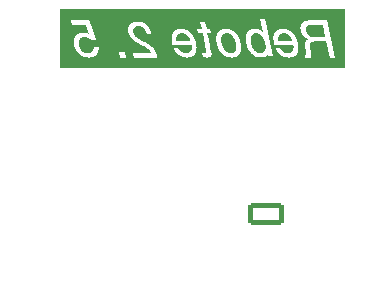
<source format=gbr>
%TF.GenerationSoftware,KiCad,Pcbnew,7.0.2-6a45011f42~172~ubuntu22.04.1*%
%TF.CreationDate,2023-05-21T10:08:46+01:00*%
%TF.ProjectId,Rebote2.5-offboard,5265626f-7465-4322-9e35-2d6f6666626f,rev?*%
%TF.SameCoordinates,Original*%
%TF.FileFunction,Legend,Bot*%
%TF.FilePolarity,Positive*%
%FSLAX46Y46*%
G04 Gerber Fmt 4.6, Leading zero omitted, Abs format (unit mm)*
G04 Created by KiCad (PCBNEW 7.0.2-6a45011f42~172~ubuntu22.04.1) date 2023-05-21 10:08:46*
%MOMM*%
%LPD*%
G01*
G04 APERTURE LIST*
G04 Aperture macros list*
%AMRoundRect*
0 Rectangle with rounded corners*
0 $1 Rounding radius*
0 $2 $3 $4 $5 $6 $7 $8 $9 X,Y pos of 4 corners*
0 Add a 4 corners polygon primitive as box body*
4,1,4,$2,$3,$4,$5,$6,$7,$8,$9,$2,$3,0*
0 Add four circle primitives for the rounded corners*
1,1,$1+$1,$2,$3*
1,1,$1+$1,$4,$5*
1,1,$1+$1,$6,$7*
1,1,$1+$1,$8,$9*
0 Add four rect primitives between the rounded corners*
20,1,$1+$1,$2,$3,$4,$5,0*
20,1,$1+$1,$4,$5,$6,$7,0*
20,1,$1+$1,$6,$7,$8,$9,0*
20,1,$1+$1,$8,$9,$2,$3,0*%
G04 Aperture macros list end*
%ADD10C,0.300000*%
%ADD11C,1.998980*%
%ADD12RoundRect,0.450000X-0.620000X-0.845000X0.620000X-0.845000X0.620000X0.845000X-0.620000X0.845000X0*%
%ADD13O,2.140000X2.590000*%
%ADD14RoundRect,0.200000X1.300000X0.750000X-1.300000X0.750000X-1.300000X-0.750000X1.300000X-0.750000X0*%
%ADD15O,3.000000X1.900000*%
%ADD16C,3.400000*%
%ADD17RoundRect,0.200000X0.850000X-0.850000X0.850000X0.850000X-0.850000X0.850000X-0.850000X-0.850000X0*%
%ADD18O,2.100000X2.100000*%
%ADD19RoundRect,0.200000X-0.800000X0.800000X-0.800000X-0.800000X0.800000X-0.800000X0.800000X0.800000X0*%
%ADD20C,2.000000*%
%ADD21RoundRect,0.200000X1.000000X0.950000X-1.000000X0.950000X-1.000000X-0.950000X1.000000X-0.950000X0*%
%ADD22C,2.300000*%
%ADD23C,2.398980*%
%ADD24RoundRect,0.200000X-0.650000X-0.650000X0.650000X-0.650000X0.650000X0.650000X-0.650000X0.650000X0*%
%ADD25C,1.700000*%
%ADD26O,2.000000X2.000000*%
%ADD27O,3.120000X3.640000*%
%ADD28RoundRect,0.200000X0.900000X0.900000X-0.900000X0.900000X-0.900000X-0.900000X0.900000X-0.900000X0*%
%ADD29C,2.200000*%
%ADD30RoundRect,0.200000X0.800000X-0.800000X0.800000X0.800000X-0.800000X0.800000X-0.800000X-0.800000X0*%
%ADD31RoundRect,0.200000X0.525000X0.750000X-0.525000X0.750000X-0.525000X-0.750000X0.525000X-0.750000X0*%
%ADD32O,1.450000X1.900000*%
%ADD33RoundRect,0.200000X0.800000X0.800000X-0.800000X0.800000X-0.800000X-0.800000X0.800000X-0.800000X0*%
%ADD34RoundRect,0.200000X-0.800000X-0.800000X0.800000X-0.800000X0.800000X0.800000X-0.800000X0.800000X0*%
G04 APERTURE END LIST*
D10*
G36*
X141440907Y-122477890D02*
G01*
X141482418Y-122481651D01*
X141523087Y-122487919D01*
X141562915Y-122496694D01*
X141601901Y-122507977D01*
X141640046Y-122521767D01*
X141677350Y-122538065D01*
X141713811Y-122556870D01*
X141749432Y-122578182D01*
X141784211Y-122602001D01*
X141818148Y-122628328D01*
X141851244Y-122657162D01*
X141883498Y-122688503D01*
X141914911Y-122722352D01*
X141945482Y-122758708D01*
X141975212Y-122797571D01*
X141996346Y-122826542D01*
X142016334Y-122856029D01*
X142035175Y-122886031D01*
X142052870Y-122916548D01*
X142069419Y-122947580D01*
X142084821Y-122979127D01*
X142099077Y-123011190D01*
X142112187Y-123043768D01*
X142124150Y-123076861D01*
X142134967Y-123110469D01*
X142141542Y-123133161D01*
X140944263Y-123147083D01*
X140953789Y-123125833D01*
X140945946Y-123083667D01*
X140940187Y-123042715D01*
X140936512Y-123002975D01*
X140934921Y-122964450D01*
X140935413Y-122927138D01*
X140937989Y-122891040D01*
X140942649Y-122856155D01*
X140949392Y-122822484D01*
X140958219Y-122790026D01*
X140969130Y-122758782D01*
X140982125Y-122728752D01*
X140997203Y-122699935D01*
X141014365Y-122672332D01*
X141033610Y-122645942D01*
X141054940Y-122620766D01*
X141078353Y-122596803D01*
X141102956Y-122575328D01*
X141128679Y-122555965D01*
X141155523Y-122538715D01*
X141183488Y-122523576D01*
X141212573Y-122510550D01*
X141242779Y-122499637D01*
X141274105Y-122490835D01*
X141306552Y-122484146D01*
X141340119Y-122479570D01*
X141374807Y-122477105D01*
X141398555Y-122476636D01*
X141440907Y-122477890D01*
G37*
G36*
X145236756Y-122478113D02*
G01*
X145281959Y-122482544D01*
X145326034Y-122489928D01*
X145368982Y-122500266D01*
X145410802Y-122513559D01*
X145451494Y-122529805D01*
X145491059Y-122549004D01*
X145529495Y-122571158D01*
X145566804Y-122596265D01*
X145602986Y-122624327D01*
X145638039Y-122655342D01*
X145671965Y-122689310D01*
X145704763Y-122726233D01*
X145736434Y-122766109D01*
X145766977Y-122808940D01*
X145796392Y-122854724D01*
X145811164Y-122880095D01*
X145825438Y-122906015D01*
X145839213Y-122932485D01*
X145852491Y-122959504D01*
X145865271Y-122987073D01*
X145877553Y-123015191D01*
X145889337Y-123043859D01*
X145900622Y-123073077D01*
X145911410Y-123102844D01*
X145921700Y-123133161D01*
X145931491Y-123164027D01*
X145940785Y-123195443D01*
X145949581Y-123227408D01*
X145957878Y-123259923D01*
X145965678Y-123292987D01*
X145972979Y-123326601D01*
X145979929Y-123361595D01*
X145986123Y-123395867D01*
X145991561Y-123429418D01*
X145996243Y-123462247D01*
X146000170Y-123494356D01*
X146003342Y-123525743D01*
X146005757Y-123556409D01*
X146007418Y-123586353D01*
X146008471Y-123644079D01*
X146006502Y-123698919D01*
X146001510Y-123750874D01*
X145993496Y-123799944D01*
X145982459Y-123846128D01*
X145968400Y-123889428D01*
X145951318Y-123929843D01*
X145931214Y-123967372D01*
X145908087Y-124002016D01*
X145881938Y-124033776D01*
X145852766Y-124062650D01*
X145820572Y-124088639D01*
X145793278Y-124106842D01*
X145764152Y-124122619D01*
X145733194Y-124135968D01*
X145700404Y-124146891D01*
X145665783Y-124155386D01*
X145629330Y-124161454D01*
X145591045Y-124165094D01*
X145561129Y-124166232D01*
X145550928Y-124166308D01*
X145506014Y-124164877D01*
X145462130Y-124160584D01*
X145419277Y-124153428D01*
X145377454Y-124143410D01*
X145336662Y-124130530D01*
X145296900Y-124114788D01*
X145258168Y-124096184D01*
X145220467Y-124074717D01*
X145183796Y-124050388D01*
X145148156Y-124023197D01*
X145113546Y-123993144D01*
X145079966Y-123960228D01*
X145047417Y-123924450D01*
X145015898Y-123885810D01*
X144985410Y-123844308D01*
X144955952Y-123799944D01*
X144940201Y-123775091D01*
X144925006Y-123749626D01*
X144910365Y-123723548D01*
X144896280Y-123696858D01*
X144882751Y-123669555D01*
X144869776Y-123641640D01*
X144857357Y-123613112D01*
X144845493Y-123583972D01*
X144834185Y-123554219D01*
X144823431Y-123523854D01*
X144813233Y-123492876D01*
X144803590Y-123461286D01*
X144794503Y-123429083D01*
X144785970Y-123396267D01*
X144777993Y-123362840D01*
X144770572Y-123328799D01*
X144763187Y-123291560D01*
X144756604Y-123255131D01*
X144750822Y-123219512D01*
X144745842Y-123184704D01*
X144741663Y-123150705D01*
X144738286Y-123117516D01*
X144735710Y-123085137D01*
X144733935Y-123053568D01*
X144732962Y-123022809D01*
X144732790Y-122992860D01*
X144734851Y-122935393D01*
X144740118Y-122881165D01*
X144748590Y-122830177D01*
X144760268Y-122782430D01*
X144775151Y-122737922D01*
X144793241Y-122696655D01*
X144814535Y-122658627D01*
X144839036Y-122623840D01*
X144866742Y-122592293D01*
X144897654Y-122563985D01*
X144931772Y-122538918D01*
X144959696Y-122524321D01*
X144988879Y-122511670D01*
X145019322Y-122500965D01*
X145051024Y-122492206D01*
X145083985Y-122485394D01*
X145118206Y-122480529D01*
X145153686Y-122477609D01*
X145190425Y-122476636D01*
X145236756Y-122478113D01*
G37*
G36*
X147739562Y-122477995D02*
G01*
X147779785Y-122482074D01*
X147819223Y-122488872D01*
X147857878Y-122498389D01*
X147895748Y-122510625D01*
X147932833Y-122525580D01*
X147969135Y-122543254D01*
X148004652Y-122563647D01*
X148039385Y-122586760D01*
X148073334Y-122612591D01*
X148106499Y-122641142D01*
X148138879Y-122672412D01*
X148170475Y-122706401D01*
X148201287Y-122743109D01*
X148231314Y-122782536D01*
X148260558Y-122824682D01*
X148278183Y-122851719D01*
X148295156Y-122879339D01*
X148311477Y-122907543D01*
X148327144Y-122936331D01*
X148342160Y-122965704D01*
X148356522Y-122995660D01*
X148370232Y-123026200D01*
X148383290Y-123057323D01*
X148395695Y-123089031D01*
X148407447Y-123121323D01*
X148418547Y-123154198D01*
X148428994Y-123187657D01*
X148438788Y-123221701D01*
X148447930Y-123256328D01*
X148456420Y-123291539D01*
X148464256Y-123327334D01*
X148470701Y-123359594D01*
X148476481Y-123391253D01*
X148481595Y-123422311D01*
X148486044Y-123452768D01*
X148489827Y-123482624D01*
X148492944Y-123511878D01*
X148497183Y-123568585D01*
X148498760Y-123622887D01*
X148497676Y-123674784D01*
X148493929Y-123724278D01*
X148487520Y-123771367D01*
X148478450Y-123816052D01*
X148466718Y-123858333D01*
X148452324Y-123898209D01*
X148435268Y-123935682D01*
X148415550Y-123970750D01*
X148393170Y-124003413D01*
X148368129Y-124033673D01*
X148340425Y-124061528D01*
X148311826Y-124086086D01*
X148281349Y-124107369D01*
X148248994Y-124125378D01*
X148214762Y-124140113D01*
X148178652Y-124151573D01*
X148140665Y-124159759D01*
X148110942Y-124163750D01*
X148080163Y-124165899D01*
X148059057Y-124166308D01*
X148016971Y-124165026D01*
X147975710Y-124161179D01*
X147935272Y-124154767D01*
X147895659Y-124145792D01*
X147856870Y-124134251D01*
X147818906Y-124120146D01*
X147781765Y-124103476D01*
X147745450Y-124084242D01*
X147709958Y-124062444D01*
X147675291Y-124038080D01*
X147641448Y-124011153D01*
X147608429Y-123981660D01*
X147576235Y-123949603D01*
X147544865Y-123914982D01*
X147514320Y-123877796D01*
X147484598Y-123838046D01*
X147465633Y-123811069D01*
X147447389Y-123783446D01*
X147429867Y-123755176D01*
X147413066Y-123726259D01*
X147396986Y-123696695D01*
X147381627Y-123666484D01*
X147366990Y-123635626D01*
X147353073Y-123604122D01*
X147339879Y-123571971D01*
X147327405Y-123539172D01*
X147315653Y-123505727D01*
X147304622Y-123471635D01*
X147294312Y-123436897D01*
X147284724Y-123401511D01*
X147275856Y-123365479D01*
X147267711Y-123328799D01*
X147261182Y-123295995D01*
X147255334Y-123263801D01*
X147250168Y-123232219D01*
X147245683Y-123201247D01*
X147241879Y-123170887D01*
X147238756Y-123141138D01*
X147234555Y-123083473D01*
X147233078Y-123028252D01*
X147234326Y-122975475D01*
X147238298Y-122925143D01*
X147244996Y-122877255D01*
X147254418Y-122831812D01*
X147266566Y-122788813D01*
X147281438Y-122748258D01*
X147299035Y-122710147D01*
X147319357Y-122674481D01*
X147342403Y-122641259D01*
X147368175Y-122610482D01*
X147396671Y-122582149D01*
X147419494Y-122563293D01*
X147443451Y-122546291D01*
X147477156Y-122526507D01*
X147503758Y-122513833D01*
X147531493Y-122503014D01*
X147560361Y-122494050D01*
X147590363Y-122486940D01*
X147621498Y-122481685D01*
X147653767Y-122478285D01*
X147687169Y-122476739D01*
X147698555Y-122476636D01*
X147739562Y-122477995D01*
G37*
G36*
X150057795Y-122477890D02*
G01*
X150099306Y-122481651D01*
X150139975Y-122487919D01*
X150179803Y-122496694D01*
X150218789Y-122507977D01*
X150256934Y-122521767D01*
X150294237Y-122538065D01*
X150330699Y-122556870D01*
X150366319Y-122578182D01*
X150401098Y-122602001D01*
X150435036Y-122628328D01*
X150468131Y-122657162D01*
X150500386Y-122688503D01*
X150531799Y-122722352D01*
X150562370Y-122758708D01*
X150592100Y-122797571D01*
X150613234Y-122826542D01*
X150633222Y-122856029D01*
X150652063Y-122886031D01*
X150669758Y-122916548D01*
X150686306Y-122947580D01*
X150701709Y-122979127D01*
X150715965Y-123011190D01*
X150729074Y-123043768D01*
X150741038Y-123076861D01*
X150751855Y-123110469D01*
X150758429Y-123133161D01*
X149561151Y-123147083D01*
X149570676Y-123125833D01*
X149562834Y-123083667D01*
X149557075Y-123042715D01*
X149553400Y-123002975D01*
X149551809Y-122964450D01*
X149552301Y-122927138D01*
X149554877Y-122891040D01*
X149559537Y-122856155D01*
X149566280Y-122822484D01*
X149575107Y-122790026D01*
X149586018Y-122758782D01*
X149599012Y-122728752D01*
X149614091Y-122699935D01*
X149631252Y-122672332D01*
X149650498Y-122645942D01*
X149671827Y-122620766D01*
X149695240Y-122596803D01*
X149719843Y-122575328D01*
X149745567Y-122555965D01*
X149772411Y-122538715D01*
X149800375Y-122523576D01*
X149829461Y-122510550D01*
X149859666Y-122499637D01*
X149890993Y-122490835D01*
X149923439Y-122484146D01*
X149957007Y-122479570D01*
X149991695Y-122477105D01*
X150015443Y-122476636D01*
X150057795Y-122477890D01*
G37*
G36*
X153562581Y-122806364D02*
G01*
X152634947Y-122806364D01*
X152604057Y-122806018D01*
X152573853Y-122804981D01*
X152544334Y-122803253D01*
X152487353Y-122797723D01*
X152433114Y-122789429D01*
X152381617Y-122778369D01*
X152332862Y-122764545D01*
X152286849Y-122747955D01*
X152243578Y-122728601D01*
X152203049Y-122706482D01*
X152165262Y-122681597D01*
X152130217Y-122653948D01*
X152097914Y-122623534D01*
X152068353Y-122590356D01*
X152041534Y-122554412D01*
X152017457Y-122515703D01*
X151996122Y-122474230D01*
X151986482Y-122452456D01*
X151975577Y-122424532D01*
X151965394Y-122395166D01*
X151955931Y-122364357D01*
X151947190Y-122332105D01*
X151939170Y-122298411D01*
X151936657Y-122286859D01*
X151930389Y-122253781D01*
X151925506Y-122221772D01*
X151922008Y-122190835D01*
X151919896Y-122160967D01*
X151919325Y-122118174D01*
X151921871Y-122077788D01*
X151927534Y-122039812D01*
X151936313Y-122004244D01*
X151948210Y-121971084D01*
X151963224Y-121940333D01*
X151981355Y-121911991D01*
X152002602Y-121886057D01*
X152024367Y-121865891D01*
X152049546Y-121847709D01*
X152078137Y-121831510D01*
X152110142Y-121817295D01*
X152145560Y-121805063D01*
X152184391Y-121794815D01*
X152226635Y-121786550D01*
X152256694Y-121782142D01*
X152288270Y-121778616D01*
X152321363Y-121775971D01*
X152355973Y-121774208D01*
X152392100Y-121773327D01*
X152410732Y-121773217D01*
X153347892Y-121773217D01*
X153562581Y-122806364D01*
G37*
G36*
X155210517Y-125418571D02*
G01*
X131122008Y-125418571D01*
X131122008Y-121398060D01*
X132000579Y-121398060D01*
X132087773Y-121820111D01*
X133312163Y-121820111D01*
X133575212Y-122577752D01*
X133546338Y-122559829D01*
X133516869Y-122543062D01*
X133486804Y-122527452D01*
X133456144Y-122512998D01*
X133424889Y-122499700D01*
X133393038Y-122487558D01*
X133360592Y-122476573D01*
X133327550Y-122466744D01*
X133293913Y-122458072D01*
X133259681Y-122450555D01*
X133224854Y-122444196D01*
X133189431Y-122438992D01*
X133153413Y-122434945D01*
X133116799Y-122432054D01*
X133079590Y-122430319D01*
X133041786Y-122429741D01*
X133010219Y-122430113D01*
X132979266Y-122431230D01*
X132948928Y-122433090D01*
X132919203Y-122435695D01*
X132861595Y-122443136D01*
X132806443Y-122453555D01*
X132753746Y-122466950D01*
X132703506Y-122483322D01*
X132655721Y-122502671D01*
X132610392Y-122524996D01*
X132567519Y-122550298D01*
X132527101Y-122578577D01*
X132489140Y-122609832D01*
X132453634Y-122644064D01*
X132420584Y-122681273D01*
X132389990Y-122721459D01*
X132361851Y-122764621D01*
X132336168Y-122810760D01*
X132319711Y-122844013D01*
X132304959Y-122878194D01*
X132291913Y-122913302D01*
X132280573Y-122949337D01*
X132270938Y-122986300D01*
X132263010Y-123024190D01*
X132256788Y-123063008D01*
X132252271Y-123102752D01*
X132249460Y-123143425D01*
X132248355Y-123185024D01*
X132248957Y-123227551D01*
X132251263Y-123271005D01*
X132255276Y-123315387D01*
X132260995Y-123360696D01*
X132268420Y-123406932D01*
X132277550Y-123454096D01*
X132285005Y-123488252D01*
X132293081Y-123521936D01*
X132301777Y-123555148D01*
X132311095Y-123587887D01*
X132321034Y-123620155D01*
X132331595Y-123651950D01*
X132342776Y-123683272D01*
X132354578Y-123714123D01*
X132367002Y-123744501D01*
X132380046Y-123774407D01*
X132393712Y-123803841D01*
X132407999Y-123832802D01*
X132422907Y-123861291D01*
X132438436Y-123889308D01*
X132454586Y-123916853D01*
X132471357Y-123943925D01*
X132488749Y-123970525D01*
X132506762Y-123996653D01*
X132525397Y-124022308D01*
X132544653Y-124047491D01*
X132564529Y-124072202D01*
X132585027Y-124096441D01*
X132606146Y-124120208D01*
X132627886Y-124143502D01*
X132650247Y-124166324D01*
X132673229Y-124188673D01*
X132696833Y-124210551D01*
X132721057Y-124231956D01*
X132745902Y-124252889D01*
X132771369Y-124273349D01*
X132797457Y-124293338D01*
X132824166Y-124312854D01*
X132864360Y-124340360D01*
X132905075Y-124366091D01*
X132946311Y-124390048D01*
X132988068Y-124412230D01*
X133030346Y-124432638D01*
X133073144Y-124451271D01*
X133116464Y-124468129D01*
X133160305Y-124483213D01*
X133204666Y-124496522D01*
X133249549Y-124508057D01*
X133294952Y-124517817D01*
X133340877Y-124525803D01*
X133387322Y-124532014D01*
X133434288Y-124536450D01*
X133481775Y-124539112D01*
X133529783Y-124540000D01*
X133559341Y-124539713D01*
X133616923Y-124537424D01*
X133672461Y-124532844D01*
X133725956Y-124525975D01*
X133777407Y-124516816D01*
X133826815Y-124505367D01*
X133874179Y-124491628D01*
X133919500Y-124475600D01*
X133962776Y-124457281D01*
X134004010Y-124436673D01*
X134043199Y-124413776D01*
X134080345Y-124388588D01*
X134115447Y-124361111D01*
X134148506Y-124331344D01*
X134179521Y-124299287D01*
X134208492Y-124264940D01*
X134222212Y-124246908D01*
X134240575Y-124221547D01*
X134257380Y-124195840D01*
X134271304Y-124172170D01*
X134286612Y-124142675D01*
X134300387Y-124109418D01*
X134312630Y-124072401D01*
X134312984Y-124071053D01*
X136043775Y-124071053D01*
X136141228Y-124540000D01*
X136647543Y-124540000D01*
X136550090Y-124071053D01*
X136043775Y-124071053D01*
X134312984Y-124071053D01*
X134323340Y-124031623D01*
X134329628Y-124002348D01*
X134335235Y-123971402D01*
X134340161Y-123938784D01*
X134344406Y-123904495D01*
X134347969Y-123868534D01*
X134350851Y-123830901D01*
X134353052Y-123791597D01*
X134354572Y-123750622D01*
X134355411Y-123707975D01*
X134355568Y-123663656D01*
X133940844Y-123663656D01*
X133938912Y-123694581D01*
X133936138Y-123724524D01*
X133928067Y-123781465D01*
X133916629Y-123834479D01*
X133901826Y-123883566D01*
X133883657Y-123928726D01*
X133862121Y-123969960D01*
X133837220Y-124007266D01*
X133808953Y-124040645D01*
X133777319Y-124070097D01*
X133742320Y-124095623D01*
X133703955Y-124117221D01*
X133662224Y-124134892D01*
X133617127Y-124148637D01*
X133568664Y-124158454D01*
X133516834Y-124164344D01*
X133461639Y-124166308D01*
X133411270Y-124165017D01*
X133362378Y-124161144D01*
X133314962Y-124154690D01*
X133269023Y-124145654D01*
X133224562Y-124134036D01*
X133181577Y-124119837D01*
X133140069Y-124103056D01*
X133100038Y-124083693D01*
X133061484Y-124061748D01*
X133024407Y-124037222D01*
X132988806Y-124010114D01*
X132954683Y-123980424D01*
X132922036Y-123948152D01*
X132890867Y-123913299D01*
X132861174Y-123875864D01*
X132832958Y-123835847D01*
X132815057Y-123807428D01*
X132798174Y-123778222D01*
X132782308Y-123748231D01*
X132767459Y-123717454D01*
X132753628Y-123685892D01*
X132740815Y-123653544D01*
X132729019Y-123620410D01*
X132718241Y-123586491D01*
X132708480Y-123551786D01*
X132699736Y-123516295D01*
X132694473Y-123492198D01*
X132684421Y-123438033D01*
X132677162Y-123385998D01*
X132672697Y-123336092D01*
X132671025Y-123288316D01*
X132672147Y-123242669D01*
X132676063Y-123199152D01*
X132682772Y-123157764D01*
X132692274Y-123118506D01*
X132704571Y-123081377D01*
X132719660Y-123046378D01*
X132737543Y-123013508D01*
X132758220Y-122982768D01*
X132781690Y-122954157D01*
X132807954Y-122927676D01*
X132837011Y-122903324D01*
X132868862Y-122881102D01*
X132899350Y-122862898D01*
X132931831Y-122847122D01*
X132966303Y-122833772D01*
X133002768Y-122822850D01*
X133031424Y-122816251D01*
X133061200Y-122811018D01*
X133092097Y-122807149D01*
X133124115Y-122804646D01*
X133157253Y-122803509D01*
X133168548Y-122803433D01*
X133200905Y-122804120D01*
X133232948Y-122806181D01*
X133264676Y-122809615D01*
X133296089Y-122814424D01*
X133327187Y-122820606D01*
X133357970Y-122828162D01*
X133388438Y-122837093D01*
X133418592Y-122847397D01*
X133448430Y-122859074D01*
X133477954Y-122872126D01*
X133507163Y-122886552D01*
X133536057Y-122902351D01*
X133564636Y-122919525D01*
X133592901Y-122938072D01*
X133620850Y-122957993D01*
X133648485Y-122979288D01*
X133758394Y-123082602D01*
X134141612Y-123082602D01*
X133841243Y-122205160D01*
X136860263Y-122205160D01*
X136862338Y-122251413D01*
X136866778Y-122298766D01*
X136873581Y-122347218D01*
X136882749Y-122396769D01*
X136890683Y-122432051D01*
X136899739Y-122466916D01*
X136909917Y-122501363D01*
X136921217Y-122535392D01*
X136933639Y-122569003D01*
X136947183Y-122602196D01*
X136961849Y-122634971D01*
X136977637Y-122667329D01*
X136994547Y-122699268D01*
X137012579Y-122730790D01*
X137031733Y-122761893D01*
X137052009Y-122792579D01*
X137073407Y-122822847D01*
X137095927Y-122852697D01*
X137119569Y-122882130D01*
X137144333Y-122911144D01*
X137170219Y-122939740D01*
X137197227Y-122967919D01*
X137225357Y-122995680D01*
X137254609Y-123023022D01*
X137284983Y-123049947D01*
X137316478Y-123076454D01*
X137349096Y-123102544D01*
X137382836Y-123128215D01*
X137417698Y-123153468D01*
X137453682Y-123178304D01*
X137490788Y-123202721D01*
X137529016Y-123226721D01*
X137568365Y-123250303D01*
X137608837Y-123273467D01*
X137650431Y-123296213D01*
X137693147Y-123318541D01*
X138147438Y-123544954D01*
X138197313Y-123572451D01*
X138245086Y-123599806D01*
X138290758Y-123627017D01*
X138334330Y-123654085D01*
X138375801Y-123681010D01*
X138415171Y-123707792D01*
X138452440Y-123734430D01*
X138487608Y-123760926D01*
X138520675Y-123787278D01*
X138551641Y-123813488D01*
X138580507Y-123839554D01*
X138607271Y-123865477D01*
X138631935Y-123891257D01*
X138654498Y-123916894D01*
X138674960Y-123942388D01*
X138693321Y-123967739D01*
X138709761Y-123993237D01*
X138727553Y-124022844D01*
X138743232Y-124051369D01*
X138756799Y-124078812D01*
X138769957Y-124109461D01*
X138773189Y-124117948D01*
X137241053Y-124117948D01*
X137328248Y-124540000D01*
X139347648Y-124540000D01*
X139339958Y-124504238D01*
X139331908Y-124469036D01*
X139323500Y-124434394D01*
X139314732Y-124400312D01*
X139305605Y-124366789D01*
X139296119Y-124333825D01*
X139286274Y-124301421D01*
X139276069Y-124269577D01*
X139265506Y-124238292D01*
X139254583Y-124207567D01*
X139243301Y-124177401D01*
X139231659Y-124147795D01*
X139219659Y-124118749D01*
X139207299Y-124090262D01*
X139194580Y-124062334D01*
X139181502Y-124034966D01*
X139168064Y-124008158D01*
X139154268Y-123981909D01*
X139140112Y-123956220D01*
X139110722Y-123906521D01*
X139079896Y-123859059D01*
X139047633Y-123813836D01*
X139013934Y-123770851D01*
X138978797Y-123730105D01*
X138942224Y-123691596D01*
X138923398Y-123673182D01*
X138888928Y-123641010D01*
X138853296Y-123609159D01*
X138816503Y-123577629D01*
X138778547Y-123546420D01*
X138739429Y-123515531D01*
X138699149Y-123484962D01*
X138657707Y-123454714D01*
X138615102Y-123424787D01*
X138571336Y-123395180D01*
X138526408Y-123365894D01*
X138480318Y-123336928D01*
X138433065Y-123308283D01*
X138384651Y-123279958D01*
X138335074Y-123251954D01*
X138284336Y-123224271D01*
X138232435Y-123196908D01*
X137803056Y-122977822D01*
X137775983Y-122963282D01*
X137749627Y-122948513D01*
X137723988Y-122933515D01*
X137674861Y-122902832D01*
X137628602Y-122871233D01*
X137603270Y-122852251D01*
X140538286Y-122852251D01*
X140538375Y-122891618D01*
X140539602Y-122933057D01*
X140541310Y-122964450D01*
X140541970Y-122976569D01*
X140545476Y-123022152D01*
X140550121Y-123069808D01*
X140555906Y-123119537D01*
X140562829Y-123171337D01*
X140570892Y-123225210D01*
X140580094Y-123281155D01*
X140590436Y-123339172D01*
X140596033Y-123368958D01*
X140601916Y-123399261D01*
X140608083Y-123430083D01*
X140614535Y-123461423D01*
X142219944Y-123461423D01*
X142226481Y-123495315D01*
X142231988Y-123528296D01*
X142236464Y-123560367D01*
X142239911Y-123591528D01*
X142242326Y-123621779D01*
X142243712Y-123651120D01*
X142243858Y-123693424D01*
X142241685Y-123733680D01*
X142237194Y-123771889D01*
X142230385Y-123808049D01*
X142221257Y-123842162D01*
X142209811Y-123874227D01*
X142200893Y-123894466D01*
X142185397Y-123927384D01*
X142168218Y-123958179D01*
X142149356Y-123986850D01*
X142128811Y-124013397D01*
X142106583Y-124037820D01*
X142082672Y-124060120D01*
X142057078Y-124080295D01*
X142029801Y-124098347D01*
X142000841Y-124114276D01*
X141970198Y-124128080D01*
X141937872Y-124139761D01*
X141903863Y-124149318D01*
X141868171Y-124156751D01*
X141830796Y-124162060D01*
X141791738Y-124165246D01*
X141750997Y-124166308D01*
X141699661Y-124164596D01*
X141649698Y-124159462D01*
X141601109Y-124150903D01*
X141553893Y-124138922D01*
X141508052Y-124123518D01*
X141463585Y-124104690D01*
X141420491Y-124082439D01*
X141378771Y-124056765D01*
X141338425Y-124027668D01*
X141299453Y-123995147D01*
X141261855Y-123959203D01*
X141225631Y-123919836D01*
X141190781Y-123877046D01*
X141157304Y-123830833D01*
X141125201Y-123781196D01*
X141109665Y-123755094D01*
X141094473Y-123728136D01*
X140710523Y-123728136D01*
X140724153Y-123762037D01*
X140738301Y-123795230D01*
X140752965Y-123827714D01*
X140768145Y-123859489D01*
X140783842Y-123890557D01*
X140800056Y-123920915D01*
X140816786Y-123950566D01*
X140834033Y-123979508D01*
X140851797Y-124007742D01*
X140870077Y-124035267D01*
X140888874Y-124062084D01*
X140908188Y-124088192D01*
X140928018Y-124113592D01*
X140948365Y-124138284D01*
X140969228Y-124162267D01*
X140990608Y-124185542D01*
X141012505Y-124208109D01*
X141034918Y-124229967D01*
X141057848Y-124251116D01*
X141081295Y-124271558D01*
X141105258Y-124291290D01*
X141129738Y-124310315D01*
X141154735Y-124328631D01*
X141180248Y-124346239D01*
X141206277Y-124363138D01*
X141232824Y-124379329D01*
X141259887Y-124394811D01*
X141287466Y-124409585D01*
X141315563Y-124423651D01*
X141344176Y-124437008D01*
X141373305Y-124449657D01*
X141402951Y-124461598D01*
X141441495Y-124475609D01*
X141480463Y-124488242D01*
X141519857Y-124499497D01*
X141559675Y-124509374D01*
X141599919Y-124517872D01*
X141640587Y-124524993D01*
X141681681Y-124530735D01*
X141723200Y-124535099D01*
X141765143Y-124538085D01*
X141807512Y-124539693D01*
X141835994Y-124540000D01*
X141871956Y-124539529D01*
X141907117Y-124538119D01*
X141941479Y-124535768D01*
X141975041Y-124532478D01*
X142007802Y-124528247D01*
X142039764Y-124523075D01*
X142070926Y-124516964D01*
X142101287Y-124509912D01*
X142130849Y-124501920D01*
X142159611Y-124492988D01*
X142187573Y-124483115D01*
X142241096Y-124460549D01*
X142291420Y-124434223D01*
X142338543Y-124404135D01*
X142382467Y-124370286D01*
X142423191Y-124332677D01*
X142460714Y-124291306D01*
X142495038Y-124246175D01*
X142526162Y-124197282D01*
X142540524Y-124171426D01*
X142554086Y-124144629D01*
X142566848Y-124116892D01*
X142578810Y-124088214D01*
X142589972Y-124058597D01*
X142601867Y-124020979D01*
X142612274Y-123982313D01*
X142621193Y-123942600D01*
X142628623Y-123901839D01*
X142634565Y-123860030D01*
X142639019Y-123817174D01*
X142641984Y-123773271D01*
X142643461Y-123728319D01*
X142643449Y-123682321D01*
X142641950Y-123635274D01*
X142638961Y-123587180D01*
X142634485Y-123538039D01*
X142628520Y-123487850D01*
X142621067Y-123436613D01*
X142612125Y-123384329D01*
X142601695Y-123330997D01*
X142592543Y-123288658D01*
X142582762Y-123247003D01*
X142572352Y-123206031D01*
X142561315Y-123165744D01*
X142549649Y-123126141D01*
X142537355Y-123087222D01*
X142524433Y-123048987D01*
X142510883Y-123011436D01*
X142496704Y-122974569D01*
X142481897Y-122938387D01*
X142466462Y-122902888D01*
X142450398Y-122868073D01*
X142433706Y-122833943D01*
X142416386Y-122800496D01*
X142398438Y-122767734D01*
X142379862Y-122735655D01*
X142360657Y-122704261D01*
X142340824Y-122673551D01*
X142320363Y-122643525D01*
X142299273Y-122614183D01*
X142277555Y-122585525D01*
X142255209Y-122557551D01*
X142232235Y-122530261D01*
X142208632Y-122503655D01*
X142184401Y-122477734D01*
X142159542Y-122452496D01*
X142134055Y-122427942D01*
X142107939Y-122404073D01*
X142081195Y-122380887D01*
X142053823Y-122358386D01*
X142025823Y-122336569D01*
X141997194Y-122315436D01*
X141959221Y-122289704D01*
X141920773Y-122265633D01*
X141881850Y-122243222D01*
X141842451Y-122222471D01*
X141802577Y-122203380D01*
X141762229Y-122185949D01*
X141721405Y-122170178D01*
X141680106Y-122156067D01*
X141654293Y-122148374D01*
X142720397Y-122148374D01*
X142788541Y-122476636D01*
X143155638Y-122476636D01*
X143470711Y-123992651D01*
X143476653Y-124026437D01*
X143479458Y-124056353D01*
X143478553Y-124088306D01*
X143470997Y-124118668D01*
X143453260Y-124143087D01*
X143430411Y-124154584D01*
X143399853Y-124162175D01*
X143369600Y-124165381D01*
X143337355Y-124166308D01*
X143304772Y-124165718D01*
X143272511Y-124163947D01*
X143240572Y-124160995D01*
X143208955Y-124156863D01*
X143177661Y-124151550D01*
X143146688Y-124145056D01*
X143134389Y-124142128D01*
X143209860Y-124507027D01*
X143245065Y-124512919D01*
X143279240Y-124518232D01*
X143312385Y-124522966D01*
X143344499Y-124527120D01*
X143375583Y-124530694D01*
X143405636Y-124533688D01*
X143444104Y-124536780D01*
X143480741Y-124538840D01*
X143515545Y-124539871D01*
X143532260Y-124540000D01*
X143581453Y-124538720D01*
X143627366Y-124534882D01*
X143669999Y-124528485D01*
X143709352Y-124519529D01*
X143745424Y-124508014D01*
X143778217Y-124493941D01*
X143807729Y-124477308D01*
X143833961Y-124458117D01*
X143856914Y-124436367D01*
X143876586Y-124412058D01*
X143892978Y-124385191D01*
X143906089Y-124355764D01*
X143915921Y-124323779D01*
X143922473Y-124289235D01*
X143925744Y-124252132D01*
X143925736Y-124212470D01*
X143918866Y-124182331D01*
X143912455Y-124151877D01*
X143911081Y-124145059D01*
X143660974Y-122941054D01*
X144320241Y-122941054D01*
X144320676Y-122982585D01*
X144321059Y-122992860D01*
X144322256Y-123024952D01*
X144324981Y-123068154D01*
X144328851Y-123112192D01*
X144333866Y-123157066D01*
X144340025Y-123202776D01*
X144347329Y-123249321D01*
X144355779Y-123296702D01*
X144365373Y-123344919D01*
X144375052Y-123389529D01*
X144385406Y-123433325D01*
X144396433Y-123476306D01*
X144408134Y-123518473D01*
X144420510Y-123559826D01*
X144433560Y-123600364D01*
X144447283Y-123640088D01*
X144461681Y-123678998D01*
X144476753Y-123717093D01*
X144492498Y-123754374D01*
X144508918Y-123790841D01*
X144526012Y-123826494D01*
X144543780Y-123861332D01*
X144562222Y-123895356D01*
X144581338Y-123928565D01*
X144601128Y-123960961D01*
X144621592Y-123992542D01*
X144642731Y-124023309D01*
X144664543Y-124053261D01*
X144687029Y-124082399D01*
X144710190Y-124110723D01*
X144734024Y-124138232D01*
X144758533Y-124164928D01*
X144783715Y-124190809D01*
X144809572Y-124215875D01*
X144836102Y-124240127D01*
X144863307Y-124263565D01*
X144891186Y-124286189D01*
X144919739Y-124307999D01*
X144948965Y-124328994D01*
X144978866Y-124349175D01*
X145009441Y-124368541D01*
X145043756Y-124389304D01*
X145078558Y-124408727D01*
X145113846Y-124426810D01*
X145149621Y-124443554D01*
X145185883Y-124458959D01*
X145222631Y-124473024D01*
X145259866Y-124485749D01*
X145297587Y-124497135D01*
X145335795Y-124507181D01*
X145374489Y-124515888D01*
X145413670Y-124523256D01*
X145453337Y-124529283D01*
X145493491Y-124533972D01*
X145534132Y-124537320D01*
X145575259Y-124539330D01*
X145616873Y-124540000D01*
X145655065Y-124539488D01*
X145692336Y-124537953D01*
X145728687Y-124535395D01*
X145764117Y-124531814D01*
X145798628Y-124527209D01*
X145832218Y-124521581D01*
X145864888Y-124514930D01*
X145896638Y-124507256D01*
X145927468Y-124498558D01*
X145957377Y-124488837D01*
X145986367Y-124478093D01*
X146014436Y-124466326D01*
X146041585Y-124453535D01*
X146067813Y-124439722D01*
X146093122Y-124424885D01*
X146140978Y-124392141D01*
X146185154Y-124355304D01*
X146225648Y-124314374D01*
X146262462Y-124269351D01*
X146279489Y-124245305D01*
X146295595Y-124220236D01*
X146310781Y-124194143D01*
X146325047Y-124167027D01*
X146338393Y-124138888D01*
X146350819Y-124109725D01*
X146362324Y-124079540D01*
X146372910Y-124048331D01*
X146382575Y-124016099D01*
X146392183Y-123979288D01*
X146400492Y-123941578D01*
X146407502Y-123902969D01*
X146413212Y-123863462D01*
X146417622Y-123823056D01*
X146420734Y-123781751D01*
X146422545Y-123739548D01*
X146423058Y-123696446D01*
X146422271Y-123652445D01*
X146420184Y-123607545D01*
X146416798Y-123561747D01*
X146412113Y-123515050D01*
X146406128Y-123467454D01*
X146398843Y-123418959D01*
X146390260Y-123369566D01*
X146380376Y-123319274D01*
X146370276Y-123272861D01*
X146359485Y-123227319D01*
X146348002Y-123182649D01*
X146335829Y-123138851D01*
X146322964Y-123095924D01*
X146309408Y-123053869D01*
X146295160Y-123012685D01*
X146280221Y-122972373D01*
X146264592Y-122932932D01*
X146253357Y-122906381D01*
X146811221Y-122906381D01*
X146811312Y-122951885D01*
X146812869Y-122998453D01*
X146814760Y-123028252D01*
X146815892Y-123046086D01*
X146820380Y-123094784D01*
X146826333Y-123144547D01*
X146833752Y-123195374D01*
X146842636Y-123247266D01*
X146852986Y-123300223D01*
X146862311Y-123343283D01*
X146872243Y-123385634D01*
X146882782Y-123427278D01*
X146893927Y-123468212D01*
X146905680Y-123508439D01*
X146918039Y-123547957D01*
X146931005Y-123586766D01*
X146944577Y-123624867D01*
X146958757Y-123662260D01*
X146973543Y-123698944D01*
X146988936Y-123734920D01*
X147004936Y-123770188D01*
X147021542Y-123804747D01*
X147038756Y-123838598D01*
X147056576Y-123871740D01*
X147075003Y-123904174D01*
X147094037Y-123935900D01*
X147113677Y-123966917D01*
X147133925Y-123997226D01*
X147154779Y-124026826D01*
X147176240Y-124055718D01*
X147198307Y-124083902D01*
X147220982Y-124111377D01*
X147244263Y-124138144D01*
X147268151Y-124164202D01*
X147292646Y-124189552D01*
X147317748Y-124214194D01*
X147343456Y-124238127D01*
X147369772Y-124261352D01*
X147396694Y-124283868D01*
X147424223Y-124305676D01*
X147452358Y-124326775D01*
X147488113Y-124352596D01*
X147524303Y-124376750D01*
X147560928Y-124399238D01*
X147597988Y-124420061D01*
X147635483Y-124439218D01*
X147673413Y-124456709D01*
X147711778Y-124472534D01*
X147750579Y-124486693D01*
X147789814Y-124499187D01*
X147829484Y-124510015D01*
X147869590Y-124519177D01*
X147910130Y-124526673D01*
X147951106Y-124532503D01*
X147992517Y-124536668D01*
X148034362Y-124539167D01*
X148076643Y-124540000D01*
X148132751Y-124538720D01*
X148186403Y-124534882D01*
X148237600Y-124528485D01*
X148286341Y-124519529D01*
X148332626Y-124508014D01*
X148376455Y-124493941D01*
X148417828Y-124477308D01*
X148456746Y-124458117D01*
X148493208Y-124436367D01*
X148527214Y-124412058D01*
X148558764Y-124385191D01*
X148587858Y-124355764D01*
X148614497Y-124323779D01*
X148638680Y-124289235D01*
X148660407Y-124252132D01*
X148679678Y-124212470D01*
X148728039Y-124446210D01*
X149105394Y-124446210D01*
X148774187Y-122852251D01*
X149155174Y-122852251D01*
X149155262Y-122891618D01*
X149156490Y-122933057D01*
X149158198Y-122964450D01*
X149158857Y-122976569D01*
X149162363Y-123022152D01*
X149167009Y-123069808D01*
X149172793Y-123119537D01*
X149179717Y-123171337D01*
X149187780Y-123225210D01*
X149196982Y-123281155D01*
X149207323Y-123339172D01*
X149212921Y-123368958D01*
X149218804Y-123399261D01*
X149224971Y-123430083D01*
X149231423Y-123461423D01*
X150836831Y-123461423D01*
X150843369Y-123495315D01*
X150848876Y-123528296D01*
X150853352Y-123560367D01*
X150856798Y-123591528D01*
X150859214Y-123621779D01*
X150860599Y-123651120D01*
X150860745Y-123693424D01*
X150858573Y-123733680D01*
X150854082Y-123771889D01*
X150847273Y-123808049D01*
X150838145Y-123842162D01*
X150826699Y-123874227D01*
X150817780Y-123894466D01*
X150802284Y-123927384D01*
X150785105Y-123958179D01*
X150766243Y-123986850D01*
X150745698Y-124013397D01*
X150723470Y-124037820D01*
X150699559Y-124060120D01*
X150673965Y-124080295D01*
X150646688Y-124098347D01*
X150617728Y-124114276D01*
X150587085Y-124128080D01*
X150554759Y-124139761D01*
X150520751Y-124149318D01*
X150485059Y-124156751D01*
X150447684Y-124162060D01*
X150408626Y-124165246D01*
X150367885Y-124166308D01*
X150316548Y-124164596D01*
X150266585Y-124159462D01*
X150217996Y-124150903D01*
X150170781Y-124138922D01*
X150124940Y-124123518D01*
X150080472Y-124104690D01*
X150037379Y-124082439D01*
X149995659Y-124056765D01*
X149955313Y-124027668D01*
X149916341Y-123995147D01*
X149878743Y-123959203D01*
X149842519Y-123919836D01*
X149807668Y-123877046D01*
X149774192Y-123830833D01*
X149742089Y-123781196D01*
X149726553Y-123755094D01*
X149711360Y-123728136D01*
X149327411Y-123728136D01*
X149341041Y-123762037D01*
X149355188Y-123795230D01*
X149369852Y-123827714D01*
X149385033Y-123859489D01*
X149400730Y-123890557D01*
X149416944Y-123920915D01*
X149433674Y-123950566D01*
X149450921Y-123979508D01*
X149468685Y-124007742D01*
X149486965Y-124035267D01*
X149505762Y-124062084D01*
X149525075Y-124088192D01*
X149544906Y-124113592D01*
X149565252Y-124138284D01*
X149586116Y-124162267D01*
X149607496Y-124185542D01*
X149629393Y-124208109D01*
X149651806Y-124229967D01*
X149674736Y-124251116D01*
X149698183Y-124271558D01*
X149722146Y-124291290D01*
X149746626Y-124310315D01*
X149771622Y-124328631D01*
X149797135Y-124346239D01*
X149823165Y-124363138D01*
X149849711Y-124379329D01*
X149876774Y-124394811D01*
X149904354Y-124409585D01*
X149932450Y-124423651D01*
X149961063Y-124437008D01*
X149990193Y-124449657D01*
X150019839Y-124461598D01*
X150058382Y-124475609D01*
X150097351Y-124488242D01*
X150136744Y-124499497D01*
X150176563Y-124509374D01*
X150216806Y-124517872D01*
X150257475Y-124524993D01*
X150298569Y-124530735D01*
X150340087Y-124535099D01*
X150382031Y-124538085D01*
X150424400Y-124539693D01*
X150452882Y-124540000D01*
X150488843Y-124539529D01*
X150524005Y-124538119D01*
X150558367Y-124535768D01*
X150591928Y-124532478D01*
X150624690Y-124528247D01*
X150656652Y-124523075D01*
X150687813Y-124516964D01*
X150718175Y-124509912D01*
X150747737Y-124501920D01*
X150776499Y-124492988D01*
X150804460Y-124483115D01*
X150857984Y-124460549D01*
X150908307Y-124434223D01*
X150955431Y-124404135D01*
X150999355Y-124370286D01*
X151040078Y-124332677D01*
X151077602Y-124291306D01*
X151111926Y-124246175D01*
X151143050Y-124197282D01*
X151157412Y-124171426D01*
X151170973Y-124144629D01*
X151183735Y-124116892D01*
X151195697Y-124088214D01*
X151206859Y-124058597D01*
X151218755Y-124020979D01*
X151229162Y-123982313D01*
X151238080Y-123942600D01*
X151245511Y-123901839D01*
X151251453Y-123860030D01*
X151255906Y-123817174D01*
X151258872Y-123773271D01*
X151260348Y-123728319D01*
X151260337Y-123682321D01*
X151258837Y-123635274D01*
X151255849Y-123587180D01*
X151251372Y-123538039D01*
X151245408Y-123487850D01*
X151237954Y-123436613D01*
X151229013Y-123384329D01*
X151218583Y-123330997D01*
X151209430Y-123288658D01*
X151199649Y-123247003D01*
X151189240Y-123206031D01*
X151178203Y-123165744D01*
X151166537Y-123126141D01*
X151154243Y-123087222D01*
X151141321Y-123048987D01*
X151127770Y-123011436D01*
X151113592Y-122974569D01*
X151098785Y-122938387D01*
X151083349Y-122902888D01*
X151067286Y-122868073D01*
X151050594Y-122833943D01*
X151033274Y-122800496D01*
X151015326Y-122767734D01*
X150996749Y-122735655D01*
X150977545Y-122704261D01*
X150957711Y-122673551D01*
X150937250Y-122643525D01*
X150916161Y-122614183D01*
X150894443Y-122585525D01*
X150872097Y-122557551D01*
X150849122Y-122530261D01*
X150825520Y-122503655D01*
X150801289Y-122477734D01*
X150776430Y-122452496D01*
X150750943Y-122427942D01*
X150724827Y-122404073D01*
X150698083Y-122380887D01*
X150670711Y-122358386D01*
X150642710Y-122336569D01*
X150614082Y-122315436D01*
X150576109Y-122289704D01*
X150537661Y-122265633D01*
X150498737Y-122243222D01*
X150459339Y-122222471D01*
X150419465Y-122203380D01*
X150379116Y-122185949D01*
X150338293Y-122170178D01*
X150296994Y-122156067D01*
X150255219Y-122143617D01*
X150212970Y-122132826D01*
X150170246Y-122123695D01*
X150127046Y-122116225D01*
X150083372Y-122110415D01*
X150039222Y-122106265D01*
X149994597Y-122103774D01*
X149949497Y-122102944D01*
X149918916Y-122103302D01*
X149888907Y-122104375D01*
X149859468Y-122106164D01*
X149802304Y-122111889D01*
X149747424Y-122120475D01*
X149694827Y-122131924D01*
X149644515Y-122146235D01*
X149596487Y-122163409D01*
X149550743Y-122183444D01*
X149507283Y-122206342D01*
X149466107Y-122232102D01*
X149427215Y-122260724D01*
X149390608Y-122292209D01*
X149356284Y-122326555D01*
X149324244Y-122363764D01*
X149294489Y-122403835D01*
X149267017Y-122446769D01*
X149254138Y-122469309D01*
X149239140Y-122497519D01*
X149225286Y-122526461D01*
X149212578Y-122556137D01*
X149201015Y-122586545D01*
X149190596Y-122617686D01*
X149181323Y-122649560D01*
X149173194Y-122682166D01*
X149166210Y-122715505D01*
X149161742Y-122746583D01*
X149158414Y-122779734D01*
X149156224Y-122814956D01*
X149155174Y-122852251D01*
X148774187Y-122852251D01*
X148596793Y-121998531D01*
X151442477Y-121998531D01*
X151442626Y-122036907D01*
X151443835Y-122066531D01*
X151445983Y-122096876D01*
X151448101Y-122118174D01*
X151449073Y-122127943D01*
X151453102Y-122159731D01*
X151458071Y-122192240D01*
X151463981Y-122225470D01*
X151468443Y-122248025D01*
X151480513Y-122300080D01*
X151494741Y-122350549D01*
X151511128Y-122399433D01*
X151529672Y-122446731D01*
X151550374Y-122492444D01*
X151573235Y-122536571D01*
X151598254Y-122579112D01*
X151625430Y-122620068D01*
X151654765Y-122659437D01*
X151686258Y-122697222D01*
X151719909Y-122733420D01*
X151755719Y-122768033D01*
X151793686Y-122801060D01*
X151833812Y-122832502D01*
X151876095Y-122862357D01*
X151920537Y-122890628D01*
X151949520Y-122906824D01*
X151977395Y-122921983D01*
X152004160Y-122936105D01*
X152034815Y-122951681D01*
X152063872Y-122965763D01*
X152086866Y-122976357D01*
X152050968Y-122995475D01*
X152017735Y-123016010D01*
X151987169Y-123037962D01*
X151959268Y-123061330D01*
X151934034Y-123086116D01*
X151911466Y-123112318D01*
X151891565Y-123139937D01*
X151874329Y-123168973D01*
X151859760Y-123199425D01*
X151847856Y-123231295D01*
X151841402Y-123253328D01*
X151835276Y-123286449D01*
X151831184Y-123323164D01*
X151829128Y-123363471D01*
X151829106Y-123407373D01*
X151830222Y-123438637D01*
X151832243Y-123471498D01*
X151835168Y-123505956D01*
X151838998Y-123542012D01*
X151843732Y-123579664D01*
X151849371Y-123618914D01*
X151855914Y-123659761D01*
X151863361Y-123702205D01*
X151871713Y-123746246D01*
X151880969Y-123791884D01*
X151890847Y-123841105D01*
X151899597Y-123888020D01*
X151907219Y-123932628D01*
X151913713Y-123974928D01*
X151919080Y-124014922D01*
X151923319Y-124052609D01*
X151926430Y-124087989D01*
X151928414Y-124121062D01*
X151929269Y-124151828D01*
X151928439Y-124193651D01*
X151925071Y-124230284D01*
X151919165Y-124261727D01*
X151907344Y-124295575D01*
X151903684Y-124302595D01*
X151885778Y-124329157D01*
X151865978Y-124352098D01*
X151842321Y-124374758D01*
X151818974Y-124393958D01*
X151801835Y-124406643D01*
X151829678Y-124540000D01*
X152346252Y-124540000D01*
X152352208Y-124510739D01*
X152357254Y-124480843D01*
X152361390Y-124450312D01*
X152364616Y-124419145D01*
X152366932Y-124387343D01*
X152368337Y-124354905D01*
X152368832Y-124321832D01*
X152368417Y-124288124D01*
X152367092Y-124253780D01*
X152364857Y-124218801D01*
X152361711Y-124183186D01*
X152357655Y-124146936D01*
X152352689Y-124110051D01*
X152346813Y-124072530D01*
X152340027Y-124034374D01*
X152332330Y-123995582D01*
X152273712Y-123716413D01*
X152263617Y-123661587D01*
X152256596Y-123609766D01*
X152252649Y-123560951D01*
X152251776Y-123515141D01*
X152253977Y-123472337D01*
X152259252Y-123432538D01*
X152267601Y-123395744D01*
X152279024Y-123361955D01*
X152293521Y-123331172D01*
X152311093Y-123303394D01*
X152331738Y-123278622D01*
X152355457Y-123256854D01*
X152382250Y-123238093D01*
X152412118Y-123222336D01*
X152445059Y-123209585D01*
X152481074Y-123199839D01*
X152512831Y-123192130D01*
X152546550Y-123186315D01*
X152577016Y-123182837D01*
X152608924Y-123180751D01*
X152642274Y-123180055D01*
X153640251Y-123180055D01*
X153923084Y-124540000D01*
X154331946Y-124540000D01*
X153679085Y-121399525D01*
X152253196Y-121399525D01*
X152207911Y-121400039D01*
X152163923Y-121401580D01*
X152121231Y-121404149D01*
X152079837Y-121407745D01*
X152039738Y-121412369D01*
X152000937Y-121418021D01*
X151963432Y-121424700D01*
X151927223Y-121432406D01*
X151892311Y-121441140D01*
X151858696Y-121450902D01*
X151826377Y-121461691D01*
X151795355Y-121473508D01*
X151765629Y-121486352D01*
X151737200Y-121500224D01*
X151710068Y-121515123D01*
X151684232Y-121531050D01*
X151659693Y-121548004D01*
X151636450Y-121565986D01*
X151593854Y-121605032D01*
X151556445Y-121648189D01*
X151524222Y-121695456D01*
X151497186Y-121746833D01*
X151485612Y-121774062D01*
X151475336Y-121802320D01*
X151466355Y-121831604D01*
X151458672Y-121861917D01*
X151452285Y-121893257D01*
X151447194Y-121925624D01*
X151444000Y-121961436D01*
X151442477Y-121998531D01*
X148596793Y-121998531D01*
X148452533Y-121304270D01*
X148043670Y-121304270D01*
X148272281Y-122403363D01*
X148238862Y-122366984D01*
X148204000Y-122332952D01*
X148167696Y-122301268D01*
X148129949Y-122271930D01*
X148090759Y-122244939D01*
X148050127Y-122220295D01*
X148008053Y-122197999D01*
X147964535Y-122178049D01*
X147919576Y-122160446D01*
X147873173Y-122145191D01*
X147825328Y-122132282D01*
X147776041Y-122121721D01*
X147725311Y-122113506D01*
X147673138Y-122107638D01*
X147619523Y-122104118D01*
X147564466Y-122102944D01*
X147530552Y-122103411D01*
X147497412Y-122104811D01*
X147465047Y-122107143D01*
X147433456Y-122110409D01*
X147402639Y-122114608D01*
X147372597Y-122119740D01*
X147343328Y-122125805D01*
X147314834Y-122132803D01*
X147260169Y-122149599D01*
X147208600Y-122170126D01*
X147160128Y-122194387D01*
X147114754Y-122222379D01*
X147072476Y-122254104D01*
X147033295Y-122289561D01*
X146997211Y-122328751D01*
X146964224Y-122371673D01*
X146934333Y-122418327D01*
X146907540Y-122468713D01*
X146883844Y-122522832D01*
X146873157Y-122551291D01*
X146863244Y-122580683D01*
X146851612Y-122617669D01*
X146841446Y-122655719D01*
X146832745Y-122694834D01*
X146825509Y-122735014D01*
X146819739Y-122776259D01*
X146815434Y-122818568D01*
X146812595Y-122861942D01*
X146811221Y-122906381D01*
X146253357Y-122906381D01*
X146248271Y-122894363D01*
X146231258Y-122856665D01*
X146213555Y-122819839D01*
X146195160Y-122783885D01*
X146176074Y-122748802D01*
X146156297Y-122714590D01*
X146135828Y-122681250D01*
X146114668Y-122648782D01*
X146092818Y-122617185D01*
X146070275Y-122586460D01*
X146047042Y-122556606D01*
X146023118Y-122527624D01*
X145998502Y-122499514D01*
X145973195Y-122472275D01*
X145947196Y-122445907D01*
X145920507Y-122420411D01*
X145893126Y-122395787D01*
X145865054Y-122372034D01*
X145836291Y-122349153D01*
X145806837Y-122327143D01*
X145776691Y-122306005D01*
X145745854Y-122285738D01*
X145714326Y-122266343D01*
X145680767Y-122246556D01*
X145646766Y-122228046D01*
X145612325Y-122210813D01*
X145577443Y-122194856D01*
X145542121Y-122180176D01*
X145506357Y-122166772D01*
X145470153Y-122154645D01*
X145433508Y-122143794D01*
X145396422Y-122134220D01*
X145358896Y-122125922D01*
X145320928Y-122118901D01*
X145282520Y-122113157D01*
X145243671Y-122108689D01*
X145204381Y-122105497D01*
X145164651Y-122103583D01*
X145124480Y-122102944D01*
X145084549Y-122103502D01*
X145045631Y-122105174D01*
X145007727Y-122107961D01*
X144970836Y-122111863D01*
X144934958Y-122116880D01*
X144900093Y-122123011D01*
X144866241Y-122130258D01*
X144833403Y-122138619D01*
X144801578Y-122148095D01*
X144770766Y-122158686D01*
X144740968Y-122170392D01*
X144712182Y-122183212D01*
X144684410Y-122197148D01*
X144657651Y-122212198D01*
X144631906Y-122228363D01*
X144607173Y-122245643D01*
X144583454Y-122264038D01*
X144560748Y-122283548D01*
X144539055Y-122304172D01*
X144518376Y-122325911D01*
X144498709Y-122348765D01*
X144480056Y-122372734D01*
X144462416Y-122397818D01*
X144445790Y-122424017D01*
X144430176Y-122451330D01*
X144415576Y-122479759D01*
X144401989Y-122509302D01*
X144389415Y-122539960D01*
X144377855Y-122571732D01*
X144367308Y-122604620D01*
X144357774Y-122638623D01*
X144349253Y-122673740D01*
X144341674Y-122709420D01*
X144335239Y-122745937D01*
X144329950Y-122783289D01*
X144325806Y-122821476D01*
X144322806Y-122860500D01*
X144320951Y-122900359D01*
X144320241Y-122941054D01*
X143660974Y-122941054D01*
X143564501Y-122476636D01*
X143845136Y-122476636D01*
X143776992Y-122148374D01*
X143496357Y-122148374D01*
X143373991Y-121562191D01*
X142965129Y-121562191D01*
X143087494Y-122148374D01*
X142720397Y-122148374D01*
X141654293Y-122148374D01*
X141638332Y-122143617D01*
X141596083Y-122132826D01*
X141553358Y-122123695D01*
X141510159Y-122116225D01*
X141466484Y-122110415D01*
X141422334Y-122106265D01*
X141377709Y-122103774D01*
X141332609Y-122102944D01*
X141302029Y-122103302D01*
X141272019Y-122104375D01*
X141242580Y-122106164D01*
X141185416Y-122111889D01*
X141130536Y-122120475D01*
X141077940Y-122131924D01*
X141027628Y-122146235D01*
X140979600Y-122163409D01*
X140933856Y-122183444D01*
X140890396Y-122206342D01*
X140849220Y-122232102D01*
X140810328Y-122260724D01*
X140773720Y-122292209D01*
X140739396Y-122326555D01*
X140707357Y-122363764D01*
X140677601Y-122403835D01*
X140650129Y-122446769D01*
X140637250Y-122469309D01*
X140622252Y-122497519D01*
X140608399Y-122526461D01*
X140595691Y-122556137D01*
X140584127Y-122586545D01*
X140573709Y-122617686D01*
X140564435Y-122649560D01*
X140556306Y-122682166D01*
X140549323Y-122715505D01*
X140544855Y-122746583D01*
X140541526Y-122779734D01*
X140539336Y-122814956D01*
X140538286Y-122852251D01*
X137603270Y-122852251D01*
X137585210Y-122838718D01*
X137544687Y-122805288D01*
X137507032Y-122770941D01*
X137472244Y-122735678D01*
X137440325Y-122699500D01*
X137411273Y-122662406D01*
X137385089Y-122624395D01*
X137361774Y-122585469D01*
X137341326Y-122545627D01*
X137323746Y-122504869D01*
X137309035Y-122463195D01*
X137297191Y-122420605D01*
X137292344Y-122398967D01*
X137285767Y-122363137D01*
X137281239Y-122328373D01*
X137278760Y-122294673D01*
X137278331Y-122262038D01*
X137279951Y-122230468D01*
X137283620Y-122199962D01*
X137289339Y-122170521D01*
X137297107Y-122142145D01*
X137312602Y-122101578D01*
X137332707Y-122063406D01*
X137357424Y-122027629D01*
X137376463Y-122005109D01*
X137397552Y-121983654D01*
X137420691Y-121963264D01*
X137433028Y-121953468D01*
X137462749Y-121932860D01*
X137494394Y-121915000D01*
X137527962Y-121899887D01*
X137563454Y-121887522D01*
X137600869Y-121877905D01*
X137630192Y-121872496D01*
X137660598Y-121868632D01*
X137692085Y-121866313D01*
X137724654Y-121865540D01*
X137761207Y-121866442D01*
X137797045Y-121869147D01*
X137832168Y-121873655D01*
X137866574Y-121879966D01*
X137900266Y-121888080D01*
X137933241Y-121897998D01*
X137965501Y-121909719D01*
X137997046Y-121923243D01*
X138027875Y-121938570D01*
X138057988Y-121955700D01*
X138087386Y-121974634D01*
X138116068Y-121995371D01*
X138144035Y-122017911D01*
X138171286Y-122042254D01*
X138197822Y-122068400D01*
X138223642Y-122096350D01*
X138263942Y-122144710D01*
X138283601Y-122171026D01*
X138302462Y-122200240D01*
X138320524Y-122232352D01*
X138337788Y-122267362D01*
X138354253Y-122305270D01*
X138369919Y-122346076D01*
X138379919Y-122374890D01*
X138389565Y-122404992D01*
X138398856Y-122436382D01*
X138407792Y-122469060D01*
X138416373Y-122503026D01*
X138424599Y-122538280D01*
X138432470Y-122574822D01*
X138841332Y-122574822D01*
X138829159Y-122518636D01*
X138816088Y-122464202D01*
X138802117Y-122411520D01*
X138787248Y-122360590D01*
X138771480Y-122311411D01*
X138754813Y-122263984D01*
X138737248Y-122218309D01*
X138718784Y-122174385D01*
X138699421Y-122132213D01*
X138679159Y-122091793D01*
X138657999Y-122053125D01*
X138635939Y-122016208D01*
X138612982Y-121981042D01*
X138589125Y-121947629D01*
X138564370Y-121915967D01*
X138538715Y-121886057D01*
X138516416Y-121861804D01*
X138493756Y-121838321D01*
X138470735Y-121815607D01*
X138447353Y-121793664D01*
X138423611Y-121772491D01*
X138399509Y-121752088D01*
X138375045Y-121732454D01*
X138350221Y-121713591D01*
X138325036Y-121695497D01*
X138299491Y-121678174D01*
X138273585Y-121661620D01*
X138247318Y-121645836D01*
X138220691Y-121630822D01*
X138193703Y-121616579D01*
X138166355Y-121603105D01*
X138138646Y-121590401D01*
X138110576Y-121578467D01*
X138082145Y-121567303D01*
X138053354Y-121556908D01*
X138024203Y-121547284D01*
X137994690Y-121538430D01*
X137964817Y-121530346D01*
X137934584Y-121523031D01*
X137903989Y-121516487D01*
X137873034Y-121510712D01*
X137841719Y-121505708D01*
X137810043Y-121501473D01*
X137778006Y-121498008D01*
X137745608Y-121495313D01*
X137712850Y-121493389D01*
X137679732Y-121492234D01*
X137646252Y-121491849D01*
X137595290Y-121492802D01*
X137545903Y-121495661D01*
X137498089Y-121500427D01*
X137451850Y-121507099D01*
X137407185Y-121515677D01*
X137364094Y-121526161D01*
X137322578Y-121538552D01*
X137282636Y-121552848D01*
X137244268Y-121569051D01*
X137207474Y-121587161D01*
X137172254Y-121607176D01*
X137138609Y-121629098D01*
X137106537Y-121652926D01*
X137076040Y-121678660D01*
X137047118Y-121706301D01*
X137019769Y-121735847D01*
X136993474Y-121768912D01*
X136969543Y-121803075D01*
X136947976Y-121838338D01*
X136928773Y-121874699D01*
X136911935Y-121912160D01*
X136897461Y-121950720D01*
X136885351Y-121990379D01*
X136875605Y-122031137D01*
X136868223Y-122072994D01*
X136863206Y-122115950D01*
X136860552Y-122160006D01*
X136860263Y-122205160D01*
X133841243Y-122205160D01*
X133564954Y-121398060D01*
X132000579Y-121398060D01*
X131122008Y-121398060D01*
X131122008Y-120425699D01*
X155210517Y-120425699D01*
X155210517Y-125418571D01*
G37*
D11*
%TO.C,R22*%
X155500000Y-135000000D03*
X155500000Y-142620000D03*
%TD*%
%TO.C,R23*%
X131000000Y-135020000D03*
X131000000Y-142640000D03*
%TD*%
%TO.C,R24*%
X127750000Y-142620000D03*
X127750000Y-135000000D03*
%TD*%
%LPC*%
D12*
%TO.C,REF\u002A\u002A*%
X138760000Y-69800000D03*
D13*
X141300000Y-69800000D03*
X143840000Y-69800000D03*
X146380000Y-69800000D03*
X148920000Y-69800000D03*
%TD*%
D12*
%TO.C,REF\u002A\u002A*%
X137760000Y-39800000D03*
D13*
X140300000Y-39800000D03*
X142840000Y-39800000D03*
X145380000Y-39800000D03*
X147920000Y-39800000D03*
%TD*%
D14*
%TO.C,SW1*%
X148550000Y-137825000D03*
D15*
X143250000Y-137825000D03*
X137950000Y-137825000D03*
X148550000Y-142525000D03*
X143250000Y-142550000D03*
X137950000Y-142525000D03*
X148550000Y-147225000D03*
X143250000Y-147225000D03*
X137950000Y-147225000D03*
%TD*%
D16*
%TO.C,J3*%
X122250000Y-130730000D03*
X134950000Y-130730000D03*
X128600000Y-130730000D03*
X122250000Y-114500000D03*
X134950000Y-114500000D03*
X128600000Y-114500000D03*
%TD*%
D17*
%TO.C,J1*%
X118735000Y-63300000D03*
D18*
X121275000Y-63300000D03*
%TD*%
D19*
%TO.C,C24*%
X162000000Y-140200000D03*
D20*
X162000000Y-142700000D03*
%TD*%
D21*
%TO.C,D1*%
X122500000Y-137540000D03*
D22*
X122500000Y-135000000D03*
%TD*%
D23*
%TO.C,R22*%
X155500000Y-135000000D03*
X155500000Y-142620000D03*
%TD*%
%TO.C,R23*%
X131000000Y-135020000D03*
X131000000Y-142640000D03*
%TD*%
%TO.C,R24*%
X127750000Y-142620000D03*
X127750000Y-135000000D03*
%TD*%
D24*
%TO.C,C23*%
X161050000Y-135000000D03*
D25*
X166050000Y-135000000D03*
%TD*%
D16*
%TO.C,J2*%
X163250000Y-114530000D03*
X150550000Y-114530000D03*
X156900000Y-114530000D03*
X163250000Y-130760000D03*
X150550000Y-130760000D03*
X156900000Y-130760000D03*
%TD*%
D20*
%TO.C,R21*%
X133880000Y-71550000D03*
D26*
X126260000Y-71550000D03*
%TD*%
D20*
%TO.C,R18*%
X159010000Y-72050000D03*
D26*
X151390000Y-72050000D03*
%TD*%
D20*
%TO.C,R4*%
X136700000Y-111050000D03*
D26*
X144320000Y-111050000D03*
%TD*%
D27*
%TO.C,RV2*%
X138335000Y-27525000D03*
X147935000Y-27525000D03*
D28*
X140635000Y-35025000D03*
D29*
X143135000Y-35025000D03*
X145635000Y-35025000D03*
%TD*%
D30*
%TO.C,C8*%
X123760000Y-89255113D03*
D20*
X123760000Y-86755113D03*
%TD*%
D31*
%TO.C,U2*%
X128280000Y-92940000D03*
D32*
X127010000Y-92940000D03*
X125740000Y-92940000D03*
%TD*%
D20*
%TO.C,C18*%
X166510000Y-73550000D03*
X165260000Y-73550000D03*
X162760000Y-73550000D03*
X161510000Y-73550000D03*
%TD*%
%TO.C,C12*%
X147510000Y-91550000D03*
X148760000Y-91550000D03*
X151260000Y-91550000D03*
X152510000Y-91550000D03*
%TD*%
D27*
%TO.C,RV1*%
X154460000Y-27525000D03*
X164060000Y-27525000D03*
D28*
X156760000Y-35025000D03*
D29*
X159260000Y-35025000D03*
X161760000Y-35025000D03*
%TD*%
D20*
%TO.C,R20*%
X149070000Y-74050000D03*
D26*
X141450000Y-74050000D03*
%TD*%
D20*
%TO.C,R3*%
X154570000Y-110300000D03*
D26*
X146950000Y-110300000D03*
%TD*%
D33*
%TO.C,C16*%
X124260000Y-107800000D03*
D20*
X121760000Y-107800000D03*
%TD*%
%TO.C,C5*%
X167260000Y-104050000D03*
X167260000Y-102800000D03*
X167260000Y-100300000D03*
X167260000Y-99050000D03*
%TD*%
%TO.C,R14*%
X126450000Y-104800000D03*
D26*
X134070000Y-104800000D03*
%TD*%
D20*
%TO.C,C17*%
X166510000Y-77550000D03*
X165260000Y-77550000D03*
X162760000Y-77550000D03*
X161510000Y-77550000D03*
%TD*%
D34*
%TO.C,C3*%
X157804888Y-102550000D03*
D20*
X160304888Y-102550000D03*
%TD*%
%TO.C,C14*%
X128760000Y-101050000D03*
X130010000Y-101050000D03*
X132510000Y-101050000D03*
X133760000Y-101050000D03*
%TD*%
D33*
%TO.C,C21*%
X122510000Y-68050000D03*
D20*
X120010000Y-68050000D03*
%TD*%
%TO.C,R1*%
X118510000Y-83740000D03*
D26*
X118510000Y-91360000D03*
%TD*%
D20*
%TO.C,R6*%
X163760000Y-102610000D03*
D26*
X163760000Y-94990000D03*
%TD*%
D33*
%TO.C,C1*%
X124010000Y-101800000D03*
D20*
X121510000Y-101800000D03*
%TD*%
%TO.C,C9*%
X133760000Y-80550000D03*
X133760000Y-79300000D03*
X133760000Y-76800000D03*
X133760000Y-75550000D03*
%TD*%
%TO.C,C7*%
X133760000Y-83050000D03*
X133760000Y-84300000D03*
X133760000Y-86800000D03*
X133760000Y-88050000D03*
%TD*%
%TO.C,R10*%
X144320000Y-97300000D03*
D26*
X136700000Y-97300000D03*
%TD*%
D20*
%TO.C,C4*%
X148510000Y-106800000D03*
X149760000Y-106800000D03*
X152260000Y-106800000D03*
X153510000Y-106800000D03*
%TD*%
%TO.C,C26*%
X163260000Y-85800000D03*
X162010000Y-85800000D03*
X159510000Y-85800000D03*
X158260000Y-85800000D03*
%TD*%
%TO.C,R12*%
X157200000Y-106800000D03*
D26*
X164820000Y-106800000D03*
%TD*%
D20*
%TO.C,R2*%
X118510000Y-93860000D03*
D26*
X118510000Y-101480000D03*
%TD*%
D20*
%TO.C,R9*%
X130010000Y-74240000D03*
D26*
X130010000Y-81860000D03*
%TD*%
D30*
%TO.C,U3*%
X137470000Y-88420000D03*
D26*
X140010000Y-88420000D03*
X142550000Y-88420000D03*
X145090000Y-88420000D03*
X147630000Y-88420000D03*
X150170000Y-88420000D03*
X152710000Y-88420000D03*
X155250000Y-88420000D03*
X155250000Y-80800000D03*
X152710000Y-80800000D03*
X150170000Y-80800000D03*
X147630000Y-80800000D03*
X145090000Y-80800000D03*
X142550000Y-80800000D03*
X140010000Y-80800000D03*
X137470000Y-80800000D03*
%TD*%
D20*
%TO.C,R17*%
X118510000Y-103740000D03*
D26*
X118510000Y-111360000D03*
%TD*%
D19*
%TO.C,C11*%
X135010000Y-91050000D03*
D20*
X135010000Y-93550000D03*
%TD*%
%TO.C,R19*%
X159070000Y-75050000D03*
D26*
X151450000Y-75050000D03*
%TD*%
D20*
%TO.C,R7*%
X156570000Y-99050000D03*
D26*
X148950000Y-99050000D03*
%TD*%
D20*
%TO.C,C15*%
X167260000Y-96300000D03*
X167260000Y-95050000D03*
X167260000Y-92550000D03*
X167260000Y-91300000D03*
%TD*%
D34*
%TO.C,U1*%
X136710000Y-100500000D03*
D26*
X136710000Y-103040000D03*
X136710000Y-105580000D03*
X136710000Y-108120000D03*
X144330000Y-108120000D03*
X144330000Y-105580000D03*
X144330000Y-103040000D03*
X144330000Y-100500000D03*
%TD*%
D20*
%TO.C,R5*%
X146950000Y-103300000D03*
D26*
X154570000Y-103300000D03*
%TD*%
D19*
%TO.C,C22*%
X122510000Y-80050000D03*
D20*
X122510000Y-82550000D03*
%TD*%
%TO.C,R13*%
X134070000Y-111050000D03*
D26*
X126450000Y-111050000D03*
%TD*%
D27*
%TO.C,RV3*%
X122210000Y-27525000D03*
X131810000Y-27525000D03*
D28*
X124510000Y-35025000D03*
D29*
X127010000Y-35025000D03*
X129510000Y-35025000D03*
%TD*%
D20*
%TO.C,C2*%
X162010000Y-110300000D03*
X160760000Y-110300000D03*
X158260000Y-110300000D03*
X157010000Y-110300000D03*
%TD*%
%TO.C,C25*%
X163260000Y-81800000D03*
X162010000Y-81800000D03*
X159510000Y-81800000D03*
X158260000Y-81800000D03*
%TD*%
%TO.C,R11*%
X126700000Y-97300000D03*
D26*
X134320000Y-97300000D03*
%TD*%
D20*
%TO.C,C6*%
X123010000Y-77300000D03*
X123010000Y-76050000D03*
X123010000Y-73550000D03*
X123010000Y-72300000D03*
%TD*%
%TO.C,C13*%
X156010000Y-96300000D03*
X156010000Y-95050000D03*
X156010000Y-92550000D03*
X156010000Y-91300000D03*
%TD*%
%TO.C,C19*%
X146510000Y-77550000D03*
X145260000Y-77550000D03*
X142760000Y-77550000D03*
X141510000Y-77550000D03*
%TD*%
%TO.C,R15*%
X167260000Y-88860000D03*
D26*
X167260000Y-81240000D03*
%TD*%
D20*
%TO.C,C20*%
X119010000Y-77300000D03*
X119010000Y-76050000D03*
X119010000Y-73550000D03*
X119010000Y-72300000D03*
%TD*%
%TO.C,R16*%
X151450000Y-78050000D03*
D26*
X159070000Y-78050000D03*
%TD*%
D20*
%TO.C,R8*%
X126760000Y-74240000D03*
D26*
X126760000Y-81860000D03*
%TD*%
D30*
%TO.C,C10*%
X129010000Y-87505113D03*
D20*
X129010000Y-85005113D03*
%TD*%
%LPD*%
M02*

</source>
